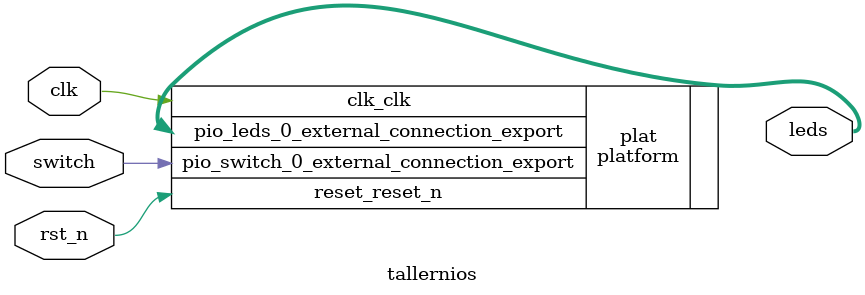
<source format=sv>
module tallernios
(
	input logic clk,
					rst_n,
	input logic switch,
	output logic[9:0] leds
);

	platform plat
	(
		.clk_clk(clk),
		.pio_leds_0_external_connection_export(leds),
		.pio_switch_0_external_connection_export(switch),
		.reset_reset_n(rst_n)
	);

endmodule
</source>
